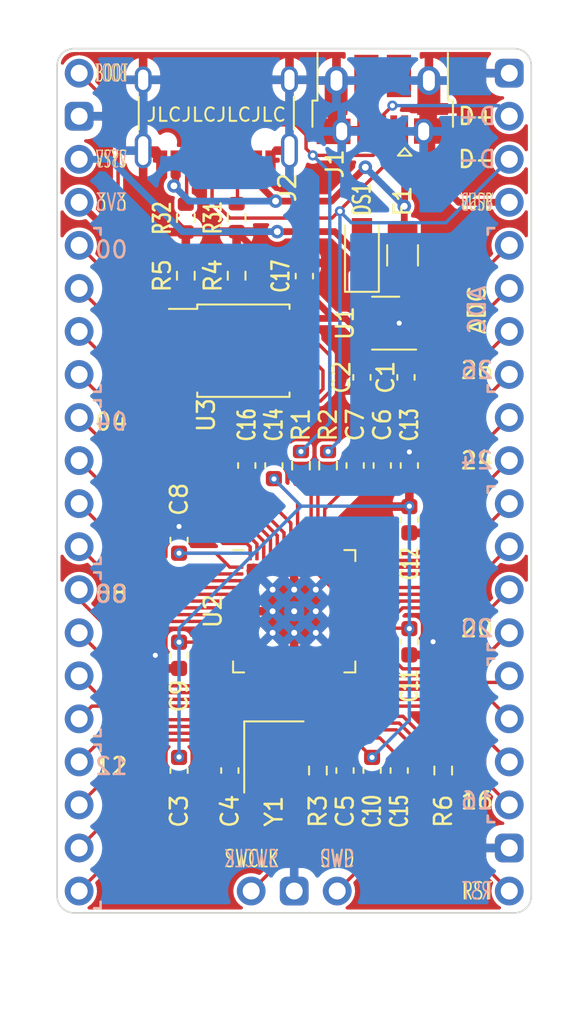
<source format=kicad_pcb>
(kicad_pcb (version 20211014) (generator pcbnew)
  (title_block (title "YUIOP2040") (date "2022-02-13") (rev "1") (company "KaoriYa"))
  (layers (0 "F.Cu" signal) (31 "B.Cu" signal) (34 "B.Paste" user) (35 "F.Paste" user) (36 "B.SilkS" user "B.Silkscreen") (37 "F.SilkS" user "F.Silkscreen") (38 "B.Mask" user) (39 "F.Mask" user) (44 "Edge.Cuts" user))
  (net 0 "")
  (net 1 "/VSYS")
  (net 2 "GND")
  (net 3 "+3V3")
  (net 4 "/XIN")
  (net 5 "Net-(C5-Pad2)")
  (net 6 "+1V1")
  (net 7 "Net-(DS1-Pad2)")
  (net 8 "/USB_VBUS")
  (net 9 "/USB_D-")
  (net 10 "/USB_D+")
  (net 12 "Net-(J2-PadA5)")
  (net 14 "Net-(J2-PadB5)")
  (net 16 "Net-(R1-Pad1)")
  (net 17 "Net-(R2-Pad1)")
  (net 18 "/XOUT")
  (net 19 "/QSPI_SS")
  (net 20 "/RUN")
  (net 22 "/GPIO0")
  (net 23 "/GPIO1")
  (net 24 "/GPIO2")
  (net 25 "/GPIO3")
  (net 26 "/GPIO4")
  (net 27 "/GPIO5")
  (net 28 "/GPIO6")
  (net 29 "/GPIO7")
  (net 30 "/GPIO8")
  (net 31 "/GPIO9")
  (net 32 "/GPIO10")
  (net 33 "/GPIO11")
  (net 34 "/GPIO12")
  (net 35 "/GPIO13")
  (net 36 "/GPIO14")
  (net 37 "/GPIO15")
  (net 38 "/SWCLK")
  (net 39 "/SWD")
  (net 40 "/GPIO16")
  (net 41 "/GPIO17")
  (net 42 "/GPIO18")
  (net 43 "/GPIO19")
  (net 44 "/GPIO20")
  (net 45 "/GPIO21")
  (net 46 "/GPIO22")
  (net 47 "/GPIO23")
  (net 48 "/GPIO24")
  (net 49 "/GPIO25")
  (net 50 "/GPIO26_ADC0")
  (net 51 "/GPIO27_ADC1")
  (net 52 "/GPIO28_ADC2")
  (net 53 "/GPIO29_ADC3")
  (net 54 "/QSPI_SD3")
  (net 55 "/QSPI_SCLK")
  (net 56 "/QSPI_SD0")
  (net 57 "/QSPI_SD2")
  (net 58 "/QSPI_SD1")
  (net 59 "/BOOTSEL")
  (net 60 "/RESET")
  (footprint "Resistor_SMD:R_0603_1608Metric" (layer "F.Cu") (at 141.4 98.2 90)
    (fp_text reference "R2")
    (fp_text value "27")
  )
  (footprint "RP2040_minimal:RP2040-QFN-56" (layer "F.Cu") (at 139.4 106.8)
    (fp_text reference "U2")
    (fp_text value "RP2040")
  )
  (footprint "Connector_PinHeader_2.54mm:PinHeader_1x20_P2.54mm_Vertical" (layer "F.Cu") (at 152.1 123.31 180)
    (fp_text reference "J4" hide)
    (fp_text value "Conn_01x20")
  )
  (footprint "Capacitor_SMD:C_0603_1608Metric" (layer "F.Cu") (at 144 116.2 -90)
    (fp_text reference "C10")
    (fp_text value "100n")
  )
  (footprint "Capacitor_SMD:C_0603_1608Metric" (layer "F.Cu") (at 132.6 109.4 -90)
    (fp_text reference "C9")
    (fp_text value "100n")
  )
  (footprint "Capacitor_SMD:C_0603_1608Metric" (layer "F.Cu") (at 146.2 108.6 -90)
    (fp_text reference "C11")
    (fp_text value "100n")
  )
  (footprint "Resistor_SMD:R_0603_1608Metric" (layer "F.Cu") (at 139.8 98.2 90)
    (fp_text reference "R1")
    (fp_text value "27")
  )
  (footprint "Package_TO_SOT_SMD:SOT-23-5" (layer "F.Cu") (at 144.8 89.8 180)
    (fp_text reference "U1")
    (fp_text value "MIC5219-3.3YM5")
  )
  (footprint "Connector_PinHeader_2.54mm:PinHeader_1x03_P2.54mm_Vertical" (layer "F.Cu") (at 136.86 123.31 90)
    (fp_text reference "J5" hide)
    (fp_text value "Conn_01x03")
  )
  (footprint "Capacitor_SMD:C_0603_1608Metric" (layer "F.Cu") (at 135.6 116.2 90)
    (fp_text reference "C4")
    (fp_text value "10p")
  )
  (footprint "Diode_SMD:D_SOD-123" (layer "F.Cu") (at 143.4 85.7 90)
    (fp_text reference "DS1")
    (fp_text value "RB160M-30TR")
  )
  (footprint "Capacitor_SMD:C_0603_1608Metric" (layer "F.Cu") (at 145.6 116.2 -90)
    (fp_text reference "C15")
    (fp_text value "100n")
  )
  (footprint "Resistor_SMD:R_0603_1608Metric" (layer "F.Cu") (at 136 83.575 -90)
    (fp_text reference "R31")
    (fp_text value "5.1k")
  )
  (footprint "Capacitor_SMD:C_0603_1608Metric" (layer "F.Cu") (at 132.6 116.2 -90)
    (fp_text reference "C3")
    (fp_text value "10u")
  )
  (footprint "Crystal:Crystal_SMD_SeikoEpson_FA238V-4Pin_3.2x2.5mm" (layer "F.Cu") (at 138.2 115.4 -90)
    (fp_text reference "Y1")
    (fp_text value "FA238V 12.000000MHz 10.0 +50.0-50.0")
  )
  (footprint "Resistor_SMD:R_0603_1608Metric" (layer "F.Cu") (at 133 83.6 -90)
    (fp_text reference "R32")
    (fp_text value "5.1k")
  )
  (footprint "Capacitor_SMD:C_0603_1608Metric" (layer "F.Cu") (at 146.2 101.4 -90)
    (fp_text reference "C12")
    (fp_text value "100n")
  )
  (footprint "Capacitor_SMD:C_0603_1608Metric" (layer "F.Cu") (at 146 93 -90)
    (fp_text reference "C1")
    (fp_text value "10u")
  )
  (footprint "Fuse:Fuse_1206_3216Metric" (layer "F.Cu") (at 145.8 85.8 -90)
    (fp_text reference "F1")
    (fp_text value "MF-NSMF050-2")
  )
  (footprint "Capacitor_SMD:C_0603_1608Metric" (layer "F.Cu") (at 143 98.2 90)
    (fp_text reference "C7")
    (fp_text value "1u")
  )
  (footprint "Capacitor_SMD:C_0603_1608Metric" (layer "F.Cu") (at 138.2 98.2 90)
    (fp_text reference "C14")
    (fp_text value "100n")
  )
  (footprint "Resistor_SMD:R_0603_1608Metric" (layer "F.Cu") (at 133 87 -90)
    (fp_text reference "R5")
    (fp_text value "1k")
  )
  (footprint "Capacitor_SMD:C_0603_1608Metric" (layer "F.Cu") (at 144.6 98.2 90)
    (fp_text reference "C6")
    (fp_text value "1u")
  )
  (footprint "Package_SO:SOIC-8_5.23x5.23mm_P1.27mm" (layer "F.Cu") (at 136.4 91.425)
    (fp_text reference "U3")
    (fp_text value "W25Q16JVSS")
  )
  (footprint "Capacitor_SMD:C_0603_1608Metric" (layer "F.Cu") (at 136.6 98.2 90)
    (fp_text reference "C16")
    (fp_text value "100n")
  )
  (footprint "Resistor_SMD:R_0603_1608Metric" (layer "F.Cu") (at 140.8 116.2 90)
    (fp_text reference "R3")
    (fp_text value "1k")
  )
  (footprint "Capacitor_SMD:C_0603_1608Metric" (layer "F.Cu") (at 146.2 98.2 90)
    (fp_text reference "C13")
    (fp_text value "100n")
  )
  (footprint "Connector_PinHeader_2.54mm:PinHeader_1x20_P2.54mm_Vertical" (layer "F.Cu") (at 126.7 75.05)
    (fp_text reference "J3" hide)
    (fp_text value "Conn_01x20")
  )
  (footprint "Capacitor_SMD:C_0603_1608Metric" (layer "F.Cu") (at 143.4 93 -90)
    (fp_text reference "C2")
    (fp_text value "10u")
  )
  (footprint "Capacitor_SMD:C_0603_1608Metric" (layer "F.Cu") (at 142.4 116.2 -90)
    (fp_text reference "C5")
    (fp_text value "10p")
  )
  (footprint "Connector_USB:USB_Micro-B_Amphenol_10103594-0001LF_Horizontal" (layer "F.Cu") (at 144.6 76.6 180)
    (fp_text reference "J1")
    (fp_text value "USB_B_Micro")
  )
  (footprint "Connector_USB:USB_C_Receptacle_XKB_U262-16XN-4BVC11" (layer "F.Cu") (at 134.8 76.515 180)
    (fp_text reference "J2")
    (fp_text value "USB_C_Receptacle_USB2.0")
  )
  (footprint "Capacitor_SMD:C_0603_1608Metric" (layer "F.Cu") (at 132.6 102.6 90)
    (fp_text reference "C8")
    (fp_text value "100n")
  )
  (footprint "Capacitor_SMD:C_0603_1608Metric" (layer "F.Cu") (at 140 87.025 90)
    (fp_text reference "C17")
    (fp_text value "100n")
  )
  (footprint "Resistor_SMD:R_0603_1608Metric" (layer "F.Cu") (at 148.2 116.2 90)
    (fp_text reference "R6")
    (fp_text value "1k")
  )
  (footprint "Resistor_SMD:R_0603_1608Metric" (layer "F.Cu") (at 136 87 90)
    (fp_text reference "R4")
    (fp_text value "10k")
  )
  (gr_line (start 127.97 114.166) (end 127.97 113.785) (layer "B.SilkS") (width 0.15))
  (gr_line (start 127.589 93.846) (end 127.97 93.846) (layer "B.SilkS") (width 0.15))
  (gr_line (start 150.83 108.705) (end 150.83 109.086) (layer "B.SilkS") (width 0.15))
  (gr_line (start 127.97 115.055) (end 127.97 114.674) (layer "B.SilkS") (width 0.15))
  (gr_line (start 127.97 84.194) (end 127.589 84.194) (layer "B.SilkS") (width 0.15))
  (gr_line (start 127.97 94.735) (end 127.97 94.354) (layer "B.SilkS") (width 0.15))
  (gr_line (start 151.211 84.194) (end 150.83 84.194) (layer "B.SilkS") (width 0.15))
  (gr_line (start 127.97 104.006) (end 127.97 103.625) (layer "B.SilkS") (width 0.15))
  (gr_line (start 150.83 109.086) (end 151.211 109.086) (layer "B.SilkS") (width 0.15))
  (gr_line (start 150.83 93.846) (end 151.211 93.846) (layer "B.SilkS") (width 0.15))
  (gr_line (start 127.97 104.514) (end 127.589 104.514) (layer "B.SilkS") (width 0.15))
  (gr_line (start 127.97 84.575) (end 127.97 84.194) (layer "B.SilkS") (width 0.15))
  (gr_line (start 150.83 99.434) (end 150.83 99.815) (layer "B.SilkS") (width 0.15))
  (gr_line (start 127.97 94.354) (end 127.589 94.354) (layer "B.SilkS") (width 0.15))
  (gr_line (start 150.83 93.465) (end 150.83 93.846) (layer "B.SilkS") (width 0.15))
  (gr_line (start 151.211 99.434) (end 150.83 99.434) (layer "B.SilkS") (width 0.15))
  (gr_line (start 127.97 114.674) (end 127.589 114.674) (layer "B.SilkS") (width 0.15))
  (gr_line (start 127.589 104.006) (end 127.97 104.006) (layer "B.SilkS") (width 0.15))
  (gr_line (start 127.97 104.895) (end 127.97 104.514) (layer "B.SilkS") (width 0.15))
  (gr_line (start 127.97 93.846) (end 127.97 93.465) (layer "B.SilkS") (width 0.15))
  (gr_line (start 150.83 118.865) (end 150.83 119.246) (layer "B.SilkS") (width 0.15))
  (gr_line (start 150.83 119.246) (end 151.211 119.246) (layer "B.SilkS") (width 0.15))
  (gr_line (start 127.589 114.166) (end 127.97 114.166) (layer "B.SilkS") (width 0.15))
  (gr_line (start 127.589 124.326) (end 127.97 124.326) (layer "B.SilkS") (width 0.15))
  (gr_line (start 150.83 109.594) (end 150.83 109.975) (layer "B.SilkS") (width 0.15))
  (gr_line (start 150.83 84.194) (end 150.83 84.575) (layer "B.SilkS") (width 0.15))
  (gr_line (start 127.97 124.326) (end 127.97 123.945) (layer "B.SilkS") (width 0.15))
  (gr_line (start 151.211 109.594) (end 150.83 109.594) (layer "B.SilkS") (width 0.15))
  (gr_line (start 127.97 115.055) (end 127.97 114.674) (layer "F.SilkS") (width 0.15))
  (gr_line (start 150.83 84.194) (end 150.83 84.575) (layer "F.SilkS") (width 0.15))
  (gr_line (start 150.83 99.434) (end 150.83 99.815) (layer "F.SilkS") (width 0.15))
  (gr_line (start 127.589 114.166) (end 127.97 114.166) (layer "F.SilkS") (width 0.15))
  (gr_line (start 127.97 93.846) (end 127.97 93.465) (layer "F.SilkS") (width 0.15))
  (gr_line (start 151.211 99.434) (end 150.83 99.434) (layer "F.SilkS") (width 0.15))
  (gr_line (start 127.97 104.514) (end 127.589 104.514) (layer "F.SilkS") (width 0.15))
  (gr_line (start 127.97 124.326) (end 127.97 123.945) (layer "F.SilkS") (width 0.15))
  (gr_line (start 127.97 104.006) (end 127.97 103.625) (layer "F.SilkS") (width 0.15))
  (gr_line (start 127.97 94.735) (end 127.97 94.354) (layer "F.SilkS") (width 0.15))
  (gr_line (start 127.97 104.895) (end 127.97 104.514) (layer "F.SilkS") (width 0.15))
  (gr_line (start 127.97 94.354) (end 127.589 94.354) (layer "F.SilkS") (width 0.15))
  (gr_line (start 150.83 118.865) (end 150.83 119.246) (layer "F.SilkS") (width 0.15))
  (gr_line (start 127.589 93.846) (end 127.97 93.846) (layer "F.SilkS") (width 0.15))
  (gr_line (start 150.83 93.465) (end 150.83 93.846) (layer "F.SilkS") (width 0.15))
  (gr_line (start 151.211 109.594) (end 150.83 109.594) (layer "F.SilkS") (width 0.15))
  (gr_line (start 127.97 84.194) (end 127.589 84.194) (layer "F.SilkS") (width 0.15))
  (gr_line (start 150.83 93.846) (end 151.211 93.846) (layer "F.SilkS") (width 0.15))
  (gr_line (start 150.83 119.246) (end 151.211 119.246) (layer "F.SilkS") (width 0.15))
  (gr_line (start 127.97 114.674) (end 127.589 114.674) (layer "F.SilkS") (width 0.15))
  (gr_line (start 150.83 108.705) (end 150.83 109.086) (layer "F.SilkS") (width 0.15))
  (gr_line (start 151.211 84.194) (end 150.83 84.194) (layer "F.SilkS") (width 0.15))
  (gr_line (start 127.97 114.166) (end 127.97 113.785) (layer "F.SilkS") (width 0.15))
  (gr_line (start 127.589 104.006) (end 127.97 104.006) (layer "F.SilkS") (width 0.15))
  (gr_line (start 150.83 109.594) (end 150.83 109.975) (layer "F.SilkS") (width 0.15))
  (gr_line (start 127.97 84.575) (end 127.97 84.194) (layer "F.SilkS") (width 0.15))
  (gr_line (start 127.589 124.326) (end 127.97 124.326) (layer "F.SilkS") (width 0.15))
  (gr_line (start 150.83 109.086) (end 151.211 109.086) (layer "F.SilkS") (width 0.15))
  (gr_arc (start 126.400001 124.599999) (mid 125.692894 124.307106) (end 125.400001 123.599999) (layer "Edge.Cuts") (width 0.1))
  (gr_line (start 152.399999 124.599999) (end 126.400001 124.599999) (layer "Edge.Cuts") (width 0.1))
  (gr_arc (start 153.399999 123.599999) (mid 153.107106 124.307106) (end 152.399999 124.599999) (layer "Edge.Cuts") (width 0.1))
  (gr_arc (start 125.4 74.6) (mid 125.692893 73.892893) (end 126.4 73.6) (layer "Edge.Cuts") (width 0.1))
  (gr_arc (start 152.399999 73.600001) (mid 153.107106 73.892894) (end 153.399999 74.600001) (layer "Edge.Cuts") (width 0.1))
  (gr_line (start 153.399999 74.600001) (end 153.399999 123.599999) (layer "Edge.Cuts") (width 0.1))
  (gr_line (start 152.399999 73.600001) (end 126.4 73.6) (layer "Edge.Cuts") (width 0.1))
  (gr_line (start 125.4 74.6) (end 125.400001 123.599999) (layer "Edge.Cuts") (width 0.1))
  (gr_text "SWCLK" (at 136.86 121.405) (layer "B.SilkS") (effects (font (size 1 0.66) (thickness 0.1)) (justify mirror)))
  (gr_text "SWD" (at 141.94 121.405) (layer "B.SilkS") (effects (font (size 1 0.66) (thickness 0.1)) (justify mirror)))
  (gr_text "ADC" (at 150.195 89.02 90) (layer "B.SilkS") (effects (font (size 1 1)) (justify mirror)))
  (gr_text "3V3" (at 128.605 82.67) (layer "B.SilkS") (effects (font (size 1 0.66) (thickness 0.1)) (justify mirror)))
  (gr_text "BOOT" (at 128.605 75.05) (layer "B.SilkS") (effects (font (size 1 0.5) (thickness 0.075)) (justify mirror)))
  (gr_text "VSYS" (at 128.605 80.13) (layer "B.SilkS") (effects (font (size 1 0.5) (thickness 0.075)) (justify mirror)))
  (gr_text "24" (at 150.183823 97.91) (layer "B.SilkS") (effects (font (size 1 1)) (justify mirror)))
  (gr_text "RST" (at 150.195 123.31) (layer "B.SilkS") (effects (font (size 1 0.66) (thickness 0.1)) (justify mirror)))
  (gr_text "D-" (at 150.195 80.13) (layer "B.SilkS") (effects (font (size 1 1)) (justify mirror)))
  (gr_text "D+" (at 150.195 77.59) (layer "B.SilkS") (effects (font (size 1 1)) (justify mirror)))
  (gr_text "08" (at 128.605 105.784) (layer "B.SilkS") (effects (font (size 1 1)) (justify mirror)))
  (gr_text "04" (at 128.605 95.624) (layer "B.SilkS") (effects (font (size 1 1)) (justify mirror)))
  (gr_text "16" (at 150.195 117.976) (layer "B.SilkS") (effects (font (size 1 1)) (justify mirror)))
  (gr_text "20" (at 150.195 107.816) (layer "B.SilkS") (effects (font (size 1 1)) (justify mirror)))
  (gr_text "00" (at 128.605 85.464) (layer "B.SilkS") (effects (font (size 1 1)) (justify mirror)))
  (gr_text "26" (at 150.195 92.576) (layer "B.SilkS") (effects (font (size 1 1)) (justify mirror)))
  (gr_text "VUSB" (at 150.195 82.67) (layer "B.SilkS") (effects (font (size 1 0.5) (thickness 0.075)) (justify mirror)))
  (gr_text "12" (at 128.605 115.944) (layer "B.SilkS") (effects (font (size 1 1)) (justify mirror)))
  (gr_text "VSYS" (at 128.602964 80.127964) (layer "F.SilkS") (effects (font (size 1 0.5) (thickness 0.075))))
  (gr_text "BOOT" (at 128.605 75.05) (layer "F.SilkS") (effects (font (size 1 0.5) (thickness 0.075))))
  (gr_text "VUSB" (at 150.195 82.67) (layer "F.SilkS") (effects (font (size 1 0.5) (thickness 0.075))))
  (gr_text "20" (at 150.195 107.816) (layer "F.SilkS") (effects (font (size 1 1))))
  (gr_text "24" (at 150.195 97.91) (layer "F.SilkS") (effects (font (size 1 1))))
  (gr_text "16" (at 150.195 117.976) (layer "F.SilkS") (effects (font (size 1 1))))
  (gr_text "JLCJLCJLCJLC" (at 134.8 77.5) (layer "F.SilkS") (effects (font (size 0.8 0.8) (thickness 0.12))))
  (gr_text "SWD" (at 141.94 121.405) (layer "F.SilkS") (effects (font (size 1 0.66) (thickness 0.1))))
  (gr_text "3V3" (at 128.605 82.67) (layer "F.SilkS") (effects (font (size 1 0.66) (thickness 0.1))))
  (gr_text "12" (at 128.605 115.944) (layer "F.SilkS") (effects (font (size 1 1))))
  (gr_text "00" (at 128.605 85.464) (layer "F.SilkS") (effects (font (size 1 1))))
  (gr_text "26" (at 150.195 92.576) (layer "F.SilkS") (effects (font (size 1 1))))
  (gr_text "D+" (at 150.195 77.59) (layer "F.SilkS") (effects (font (size 1 1))))
  (gr_text "SWCLK" (at 136.9 121.405) (layer "F.SilkS") (effects (font (size 1 0.66) (thickness 0.1))))
  (gr_text "04" (at 128.605 95.624) (layer "F.SilkS") (effects (font (size 1 1))))
  (gr_text "D-" (at 150.195 80.13) (layer "F.SilkS") (effects (font (size 1 1))))
  (gr_text "08" (at 128.605 105.784) (layer "F.SilkS") (effects (font (size 1 1))))
  (gr_text "RST" (at 150.195 123.31) (layer "F.SilkS") (effects (font (size 1 0.66) (thickness 0.1))))
  (gr_text "ADC" (at 150.195 89.02 90) (layer "F.SilkS") (effects (font (size 1 1))))
  (segment (start 145.9375 88.85) (end 145.447862 88.85) (width 0.4) (layer "F.Cu") (net 1))
  (segment (start 143.4 86) (end 143.3 85.9) (width 0.4) (layer "F.Cu") (net 1))
  (segment (start 143.702138 87.45) (end 143.4 87.45) (width 0.4) (layer "F.Cu") (net 1))
  (segment (start 143.3 85.9) (end 141.8 84.4) (width 0.4) (layer "F.Cu") (net 1))
  (segment (start 146.2 91.0125) (end 146.2 92.225) (width 0.4) (layer "F.Cu") (net 1))
  (segment (start 145.102138 88.85) (end 143.702138 87.45) (width 0.4) (layer "F.Cu") (net 1))
  (segment (start 145.447862 90.75) (end 145.9375 90.75) (width 0.4) (layer "F.Cu") (net 1))
  (segment (start 145.447862 88.85) (end 144.8 89.497862) (width 0.4) (layer "F.Cu") (net 1))
  (segment (start 145.9375 88.85) (end 145.102138 88.85) (width 0.4) (layer "F.Cu") (net 1))
  (segment (start 144.8 90.102138) (end 145.447862 90.75) (width 0.4) (layer "F.Cu") (net 1))
  (segment (start 143.4 87.35) (end 143.4 86) (width 0.4) (layer "F.Cu") (net 1))
  (segment (start 145.9375 90.75) (end 146.2 91.0125) (width 0.4) (layer "F.Cu") (net 1))
  (segment (start 144.8 89.497862) (end 144.8 90.102138) (width 0.4) (layer "F.Cu") (net 1))
  (segment (start 141.8 84.4) (end 138.4 84.4) (width 0.4) (layer "F.Cu") (net 1))
  (via (at 138.4 84.4) (size 0.8) (drill 0.4) (layers "F.Cu" "B.Cu") (net 1))
  (segment (start 138.4 84.4) (end 132.8 84.4) (width 0.4) (layer "B.Cu") (net 1))
  (segment (start 128.53 80.13) (end 126.7 80.13) (width 0.4) (layer "B.Cu") (net 1))
  (segment (start 132.8 84.4) (end 128.53 80.13) (width 0.4) (layer "B.Cu") (net 1))
  (segment (start 131.45 82.875) (end 133 84.425) (width 0.4) (layer "F.Cu") (net 2))
  (segment (start 139.15 114.2) (end 139.15 114.7) (width 0.2) (layer "F.Cu") (net 2))
  (segment (start 147.355 75.485) (end 145.855 75.485) (width 0.4) (layer "F.Cu") (net 2))
  (segment (start 143.395 75.485) (end 143.665 75.215) (width 0.4) (layer "F.Cu") (net 2))
  (segment (start 141.895 75.485) (end 143.395 75.485) (width 0.4) (layer "F.Cu") (net 2))
  (segment (start 131.45 80.185) (end 131.45 82.875) (width 0.4) (layer "F.Cu") (net 2))
  (segment (start 137.25 116.6) (end 136.875 116.975) (width 0.2) (layer "F.Cu") (net 2))
  (segment (start 133 84.425) (end 135.975 84.425) (width 0.4) (layer "F.Cu") (net 2))
  (segment (start 142.45 115.425) (end 144 116.975) (width 0.2) (layer "F.Cu") (net 2))
  (segment (start 139.15 114.7) (end 137.25 116.6) (width 0.2) (layer "F.Cu") (net 2))
  (segment (start 142.4 115.425) (end 142.45 115.425) (width 0.2) (layer "F.Cu") (net 2))
  (segment (start 131.45 80.185) (end 131.699991 80.185) (width 0.4) (layer "F.Cu") (net 2))
  (segment (start 137.85 86.25) (end 140 86.25) (width 0.4) (layer "F.Cu") (net 2))
  (segment (start 135.975 84.425) (end 136 84.4) (width 0.4) (layer "F.Cu") (net 2))
  (segment (start 145.855 75.485) (end 145.585 75.215) (width 0.4) (layer "F.Cu") (net 2))
  (segment (start 130.48 79.62) (end 130.885 79.62) (width 0.4) (layer "F.Cu") (net 2))
  (segment (start 136.875 116.975) (end 135.6 116.975) (width 0.2) (layer "F.Cu") (net 2))
  (segment (start 130.885 79.62) (end 131.45 80.185) (width 0.4) (layer "F.Cu") (net 2))
  (segment (start 136 84.4) (end 137.85 86.25) (width 0.4) (layer "F.Cu") (net 2))
  (segment (start 144 116.975) (end 145.6 116.975) (width 0.2) (layer "F.Cu") (net 2))
  (via (at 147.6 108.6) (size 0.6) (drill 0.3) (layers "F.Cu" "B.Cu") (net 2))
  (via (at 145.6 89.8) (size 0.6) (drill 0.3) (layers "F.Cu" "B.Cu") (net 2))
  (via (at 131.2 109.4) (size 0.6) (drill 0.3) (layers "F.Cu" "B.Cu") (net 2))
  (via (at 146.2 97.4) (size 0.6) (drill 0.3) (layers "F.Cu" "B.Cu") (net 2))
  (via (at 132.6 101.8) (size 0.6) (drill 0.3) (layers "F.Cu" "B.Cu") (net 2))
  (segment (start 140 87.8) (end 141.72 89.52) (width 0.4) (layer "F.Cu") (net 3))
  (segment (start 139.6 102.6) (end 139.6 100.3875) (width 0.2) (layer "F.Cu") (net 3))
  (segment (start 143.4 91.0125) (end 143.4 92.225) (width 0.4) (layer "F.Cu") (net 3))
  (segment (start 135.20048 86.97452) (end 131.00452 86.97452) (width 0.4) (layer "F.Cu") (net 3))
  (segment (start 142.8375 107.8) (end 146.175 107.8) (width 0.2) (layer "F.Cu") (net 3))
  (segment (start 135.6 104.2) (end 134.775 103.375) (width 0.2) (layer "F.Cu") (net 3))
  (segment (start 132.6 108.625) (end 134.110687 108.625) (width 0.2) (layer "F.Cu") (net 3))
  (segment (start 142.07548 114.67548) (end 143.25048 114.67548) (width 0.2) (layer "F.Cu") (net 3))
  (segment (start 143.25048 114.67548) (end 144 115.425) (width 0.2) (layer "F.Cu") (net 3))
  (segment (start 143.4 92.225) (end 143.525 92.225) (width 0.4) (layer "F.Cu") (net 3))
  (segment (start 134.935687 107.8) (end 135.9625 107.8) (width 0.2) (layer "F.Cu") (net 3))
  (segment (start 139.6 103.3625) (end 139.6 102.6) (width 0.2) (layer "F.Cu") (net 3))
  (segment (start 139.6 112.2) (end 142.07548 114.67548) (width 0.2) (layer "F.Cu") (net 3))
  (segment (start 140 103) (end 139.6 102.6) (width 0.2) (layer "F.Cu") (net 3))
  (segment (start 143.6625 90.75) (end 142.4325 89.52) (width 0.4) (layer "F.Cu") (net 3))
  (segment (start 142.4325 89.52) (end 140 89.52) (width 0.4) (layer "F.Cu") (net 3))
  (segment (start 141.72 89.52) (end 142.4325 89.52) (width 0.4) (layer "F.Cu") (net 3))
  (segment (start 136 86.175) (end 135.20048 86.97452) (width 0.4) (layer "F.Cu") (net 3))
  (segment (start 144.8 93.5) (end 144.8 94.4) (width 0.4) (layer "F.Cu") (net 3))
  (segment (start 144.8 94.4) (end 147.1 96.7) (width 0.4) (layer "F.Cu") (net 3))
  (segment (start 138.2 98.9875) (end 138.2 98.975) (width 0.2) (layer "F.Cu") (net 3))
  (segment (start 131.00452 86.97452) (end 126.7 82.67) (width 0.4) (layer "F.Cu") (net 3))
  (segment (start 139.6 110.2375) (end 139.6 112.2) (width 0.2) (layer "F.Cu") (net 3))
  (segment (start 143.6625 90.75) (end 143.4 91.0125) (width 0.4) (layer "F.Cu") (net 3))
  (segment (start 137.625 87.8) (end 140 87.8) (width 0.4) (layer "F.Cu") (net 3))
  (segment (start 146.175 107.8) (end 146.2 107.825) (width 0.2) (layer "F.Cu") (net 3))
  (segment (start 138.20625 98.99375) (end 138.2 98.9875) (width 0.2) (layer "F.Cu") (net 3))
  (segment (start 147.1 96.7) (end 147.1 98.075) (width 0.4) (layer "F.Cu") (net 3))
  (segment (start 134.775 103.375) (end 132.6 103.375) (width 0.2) (layer "F.Cu") (net 3))
  (segment (start 140 103.3625) (end 140 103) (width 0.2) (layer "F.Cu") (net 3))
  (segment (start 143.525 92.225) (end 144.8 93.5) (width 0.4) (layer "F.Cu") (net 3))
  (segment (start 139.6 100.3875) (end 138.20625 98.99375) (width 0.2) (layer "F.Cu") (net 3))
  (segment (start 147.1 98.075) (end 146.2 98.975) (width 0.4) (layer "F.Cu") (net 3))
  (segment (start 135.9625 104.2) (end 135.6 104.2) (width 0.2) (layer "F.Cu") (net 3))
  (segment (start 136 86.175) (end 137.625 87.8) (width 0.4) (layer "F.Cu") (net 3))
  (segment (start 134.110687 108.625) (end 134.935687 107.8) (width 0.2) (layer "F.Cu") (net 3))
  (via (at 132.6 103.375) (size 0.6) (drill 0.3) (layers "F.Cu" "B.Cu") (net 3))
  (via (at 132.6 108.625) (size 0.6) (drill 0.3) (layers "F.Cu" "B.Cu") (net 3))
  (via (at 144 115.425) (size 0.6) (drill 0.3) (layers "F.Cu" "B.Cu") (net 3))
  (via (at 132.6 115.4) (size 0.6) (drill 0.3) (layers "F.Cu" "B.Cu") (net 3))
  (via (at 146.2 100.6) (size 0.6) (drill 0.3) (layers "F.Cu" "B.Cu") (net 3))
  (via (at 146.2 107.825) (size 0.6) (drill 0.3) (layers "F.Cu" "B.Cu") (net 3))
  (via (at 138.20625 98.99375) (size 0.6) (drill 0.3) (layers "F.Cu" "B.Cu") (net 3))
  (segment (start 146.2 100.6) (end 146.2 107.825) (width 0.2) (layer "B.Cu") (net 3))
  (segment (start 137.20625 103.20625) (end 139.8125 100.6) (width 0.2) (layer "B.Cu") (net 3))
  (segment (start 139.8125 100.6) (end 138.20625 98.99375) (width 0.2) (layer "B.Cu") (net 3))
  (segment (start 132.6 107.8125) (end 137.20625 103.20625) (width 0.2) (layer "B.Cu") (net 3))
  (segment (start 132.6 103.375) (end 137.0375 103.375) (width 0.2) (layer "B.Cu") (net 3))
  (segment (start 132.6 108.625) (end 132.6 107.8125) (width 0.2) (layer "B.Cu") (net 3))
  (segment (start 146.2 113.225) (end 144 115.425) (width 0.2) (layer "B.Cu") (net 3))
  (segment (start 137.0375 103.375) (end 137.20625 103.20625) (width 0.2) (layer "B.Cu") (net 3))
  (segment (start 132.6 108.625) (end 132.6 115.4) (width 0.2) (layer "B.Cu") (net 3))
  (segment (start 146.2 100.6) (end 139.8125 100.6) (width 0.2) (layer "B.Cu") (net 3))
  (segment (start 146.2 107.825) (end 146.2 113.225) (width 0.2) (layer "B.Cu") (net 3))
  (segment (start 138.8 112.65) (end 137.25 114.2) (width 0.2) (layer "F.Cu") (net 4))
  (segment (start 135.6 115.425) (end 136.025 115.425) (width 0.2) (layer "F.Cu") (net 4))
  (segment (start 136.025 115.425) (end 137.25 114.2) (width 0.2) (layer "F.Cu") (net 4))
  (segment (start 138.8 110.2375) (end 138.8 112.65) (width 0.2) (layer "F.Cu") (net 4))
  (segment (start 140.8 117.025) (end 142.35 117.025) (width 0.2) (layer "F.Cu") (net 5))
  (segment (start 142.35 117.025) (end 142.4 116.975) (width 0.2) (layer "F.Cu") (net 5))
  (segment (start 139.575 117.025) (end 140.8 117.025) (width 0.2) (layer "F.Cu") (net 5))
  (segment (start 139.15 116.6) (end 139.575 117.025) (width 0.2) (layer "F.Cu") (net 5))
  (segment (start 141.2 103.894295) (end 141.2 103.3625) (width 0.2) (layer "F.Cu") (net 6))
  (segment (start 141.2 109) (end 140.604727 109) (width 0.2) (layer "F.Cu") (net 6))
  (segment (start 139.2 103.3625) (end 139.2 101.6) (width 0.2) (layer "F.Cu") (net 6))
  (segment (start 142.240966 114.27596) (end 144.45096 114.27596) (width 0.2) (layer "F.Cu") (net 6))
  (segment (start 136.6 99) (end 136.6 98.975) (width 0.2) (layer "F.Cu") (net 6))
  (segment (start 144.45096 114.27596) (end 145.6 115.425) (width 0.2) (layer "F.Cu") (net 6))
  (segment (start 140.604727 109) (end 140 109.604727) (width 0.2) (layer "F.Cu") (net 6))
  (segment (start 141.6 105.4) (end 141.6 108.6) (width 0.2) (layer "F.Cu") (net 6))
  (segment (start 140.494295 104.6) (end 141.2 103.894295) (width 0.2) (layer "F.Cu") (net 6))
  (segment (start 139.2 103.894295) (end 139.905705 104.6) (width 0.2) (layer "F.Cu") (net 6))
  (segment (start 139.2 101.6) (end 136.6 99) (width 0.2) (layer "F.Cu") (net 6))
  (segment (start 139.2 103.3625) (end 139.2 103.894295) (width 0.2) (layer "F.Cu") (net 6))
  (segment (start 140.2 104.6) (end 140.8 104.6) (width 0.2) (layer "F.Cu") (net 6))
  (segment (start 140.2 104.6) (end 140.494295 104.6) (width 0.2) (layer "F.Cu") (net 6))
  (segment (start 140.8 104.6) (end 141.6 105.4) (width 0.2) (layer "F.Cu") (net 6))
  (segment (start 140 112.034994) (end 142.240966 114.27596) (width 0.2) (layer "F.Cu") (net 6))
  (segment (start 141.2 100.775) (end 143 98.975) (width 0.2) (layer "F.Cu") (net 6))
  (segment (start 139.905705 104.6) (end 140.2 104.6) (width 0.2) (layer "F.Cu") (net 6))
  (segment (start 141.2 103.3625) (end 141.2 100.775) (width 0.2) (layer "F.Cu") (net 6))
  (segment (start 140 109.604727) (end 140 110.2375) (width 0.2) (layer "F.Cu") (net 6))
  (segment (start 140 110.2375) (end 140 112.034994) (width 0.2) (layer "F.Cu") (net 6))
  (segment (start 141.6 108.6) (end 141.2 109) (width 0.2) (layer "F.Cu") (net 6))
  (segment (start 145.8 86.55) (end 143.4 84.15) (width 0.4) (layer "F.Cu") (net 7))
  (segment (start 145.8 87.2) (end 145.8 86.55) (width 0.4) (layer "F.Cu") (net 7))
  (segment (start 149.12 82.67) (end 145.925 79.475) (width 0.4) (layer "F.Cu") (net 8))
  (segment (start 152.1 82.67) (end 149.12 82.67) (width 0.4) (layer "F.Cu") (net 8))
  (segment (start 132.4 81.2) (end 132.299511 81.099511) (width 0.4) (layer "F.Cu") (net 8))
  (segment (start 132.500489 81.099511) (end 132.500489 80.185) (width 0.4) (layer "F.Cu") (net 8))
  (segment (start 145.925 78.365) (end 145.925 79.475) (width 0.4) (layer "F.Cu") (net 8))
  (segment (start 132.4 81.6) (end 132.3 81.7) (width 0.4) (layer "F.Cu") (net 8))
  (segment (start 145.925 79.475) (end 145.925 82.875) (width 0.4) (layer "F.Cu") (net 8))
  (segment (start 132.4 81.2) (end 132.500489 81.099511) (width 0.4) (layer "F.Cu") (net 8))
  (segment (start 137.2 81.1) (end 137.300489 80.999511) (width 0.4) (layer "F.Cu") (net 8))
  (segment (start 137.2 81.1) (end 137.2 81.5) (width 0.4) (layer "F.Cu") (net 8))
  (segment (start 145.9 82.9) (end 145.9 84.3) (width 0.4) (layer "F.Cu") (net 8))
  (segment (start 141.6 82.6) (end 143.6 80.6) (width 0.4) (layer "F.Cu") (net 8))
  (segment (start 137.2 81.5) (end 138.3 82.6) (width 0.4) (layer "F.Cu") (net 8))
  (segment (start 145.9 84.3) (end 145.8 84.4) (width 0.4) (layer "F.Cu") (net 8))
  (segment (start 137.300489 80.999511) (end 137.300489 80.185) (width 0.4) (layer "F.Cu") (net 8))
  (segment (start 137.2 81.1) (end 137.099511 80.999511) (width 0.4) (layer "F.Cu") (net 8))
  (segment (start 132.299511 81.099511) (end 132.299511 80.185) (width 0.4) (layer "F.Cu") (net 8))
  (segment (start 145.925 82.875) (end 145.9 82.9) (width 0.4) (layer "F.Cu") (net 8))
  (segment (start 132.4 81.3) (end 132.4 81.6) (width 0.4) (layer "F.Cu") (net 8))
  (segment (start 137.099511 80.999511) (end 137.099511 80.185) (width 0.4) (layer "F.Cu") (net 8))
  (segment (start 132.4 81.2) (end 132.4 81.3) (width 0.4) (layer "F.Cu") (net 8))
  (segment (start 138.3 82.6) (end 141.6 82.6) (width 0.4) (layer "F.Cu") (net 8))
  (via (at 132.3 81.7) (size 0.8) (drill 0.4) (layers "F.Cu" "B.Cu") (net 8))
  (via (at 143.6 80.6) (size 0.8) (drill 0.4) (layers "F.Cu" "B.Cu") (net 8))
  (via (at 145.9 82.9) (size 0.8) (drill 0.4) (layers "F.Cu" "B.Cu") (net 8))
  (via (at 138.3 82.6) (size 0.8) (drill 0.4) (layers "F.Cu" "B.Cu") (net 8))
  (segment (start 133.2 82.6) (end 138.3 82.6) (width 0.4) (layer "B.Cu") (net 8))
  (segment (start 132.3 81.7) (end 133.2 82.6) (width 0.4) (layer "B.Cu") (net 8))
  (segment (start 145.9 82.9) (end 143.6 80.6) (width 0.4) (layer "B.Cu") (net 8))
  (segment (start 134.55 82.55) (end 134.55 80.185) (width 0.2) (layer "F.Cu") (net 9))
  (segment (start 141.632502 83.6) (end 142.166251 83.066251) (width 0.2) (layer "F.Cu") (net 9))
  (segment (start 135.55 80.185) (end 135.55 81.009022) (width 0.2) (layer "F.Cu") (net 9))
  (segment (start 134.55 81.009022) (end 134.55 80.185) (width 0.2) (layer "F.Cu") (net 9))
  (segment (start 138.566783 83.6) (end 135.6 83.6) (width 0.2) (layer "F.Cu") (net 9))
  (segment (start 142.166251 83.066251) (end 145.275 79.957503) (width 0.2) (layer "F.Cu") (net 9))
  (segment (start 135.499511 81.059511) (end 134.600489 81.059511) (width 0.2) (layer "F.Cu") (net 9))
  (segment (start 145.275 79.957503) (end 145.275 78.365) (width 0.2) (layer "F.Cu") (net 9))
  (segment (start 142.1 83.132503) (end 142.166251 83.066251) (width 0.2) (layer "F.Cu") (net 9))
  (segment (start 142.1 83.2) (end 142.1 83.132503) (width 0.2) (layer "F.Cu") (net 9))
  (segment (start 135.6 83.6) (end 134.55 82.55) (width 0.2) (layer "F.Cu") (net 9))
  (segment (start 138.566783 83.6) (end 141.632502 83.6) (width 0.2) (layer "F.Cu") (net 9))
  (segment (start 135.55 81.009022) (end 135.499511 81.059511) (width 0.2) (layer "F.Cu") (net 9))
  (segment (start 134.600489 81.059511) (end 134.55 81.009022) (width 0.2) (layer "F.Cu") (net 9))
  (via (at 142.1 83.2) (size 0.6) (drill 0.3) (layers "F.Cu" "B.Cu") (net 9))
  (via (at 141.4 97.375) (size 0.6) (drill 0.3) (layers "F.Cu" "B.Cu") (net 9))
  (segment (start 142.774511 83.874511) (end 148.355489 83.874511) (width 0.2) (layer "B.Cu") (net 9))
  (segment (start 142.1 83.2) (end 142.1 96.675) (width 0.2) (layer "B.Cu") (net 9))
  (segment (start 148.355489 83.874511) (end 152.1 80.13) (width 0.2) (layer "B.Cu") (net 9))
  (segment (start 142.1 96.675) (end 141.4 97.375) (width 0.2) (layer "B.Cu") (net 9))
  (segment (start 142.1 83.2) (end 142.774511 83.874511) (width 0.2) (layer "B.Cu") (net 9))
  (segment (start 140.1 78.7) (end 139.5 78.1) (width 0.2) (layer "F.Cu") (net 10))
  (segment (start 144.625 79.339022) (end 144.625 78.365) (width 0.2) (layer "F.Cu") (net 10))
  (segment (start 140.1 79.5) (end 140.1 78.7) (width 0.2) (layer "F.Cu") (net 10))
  (segment (start 134.05 79.360978) (end 134.100489 79.310489) (width 0.2) (layer "F.Cu") (net 10))
  (segment (start 144.064022 79.9) (end 144.625 79.339022) (width 0.2) (layer "F.Cu") (net 10))
  (segment (start 140.5 79.9) (end 140.1 79.5) (width 0.2) (layer "F.Cu") (net 10))
  (segment (start 144.625 78.365) (end 144.625 77.539502) (width 0.2) (layer "F.Cu") (net 10))
  (segment (start 134.05 80.185) (end 134.05 79.360978) (width 0.2) (layer "F.Cu") (net 10))
  (segment (start 135.05 79.35) (end 135.05 80.185) (width 0.2) (layer "F.Cu") (net 10))
  (segment (start 136.220978 78.1) (end 135.010489 79.310489) (width 0.2) (layer "F.Cu") (net 10))
  (segment (start 134.100489 79.310489) (end 135.010489 79.310489) (width 0.2) (layer "F.Cu") (net 10))
  (segment (start 135.010489 79.310489) (end 135.05 79.35) (width 0.2) (layer "F.Cu") (net 10))
  (segment (start 144.625 77.539502) (end 145.2 76.964502) (width 0.2) (layer "F.Cu") (net 10))
  (segment (start 140.5 79.9) (end 144.064022 79.9) (width 0.2) (layer "F.Cu") (net 10))
  (segment (start 139.5 78.1) (end 136.220978 78.1) (width 0.2) (layer "F.Cu") (net 10))
  (via (at 140.5 79.9) (size 0.6) (drill 0.3) (layers "F.Cu" "B.Cu") (net 10))
  (via (at 145.2 76.964502) (size 0.6) (drill 0.3) (layers "F.Cu" "B.Cu") (net 10))
  (via (at 139.8 97.375) (size 0.6) (drill 0.3) (layers "F.Cu" "B.Cu") (net 10))
  (segment (start 141.5 95.675) (end 139.8 97.375) (width 0.2) (layer "B.Cu") (net 10))
  (segment (start 141.5 80.9) (end 141.5 95.675) (width 0.2) (layer "B.Cu") (net 10))
  (segment (start 145.2 76.964502) (end 151.474502 76.964502) (width 0.2) (layer "B.Cu") (net 10))
  (segment (start 140.5 79.9) (end 141.5 80.9) (width 0.2) (layer "B.Cu") (net 10))
  (segment (start 151.474502 76.964502) (end 152.1 77.59) (width 0.2) (layer "B.Cu") (net 10))
  (segment (start 136.05 82.7) (end 136.05 80.185) (width 0.2) (layer "F.Cu") (net 12))
  (segment (start 136 82.75) (end 136.05 82.7) (width 0.2) (layer "F.Cu") (net 12))
  (segment (start 133.05 82.725) (end 133.05 80.185) (width 0.2) (layer "F.Cu") (net 14))
  (segment (start 133 82.775) (end 133.05 82.725) (width 0.2) (layer "F.Cu") (net 14))
  (segment (start 140.4 103.3625) (end 140.4 99.625) (width 0.2) (layer "F.Cu") (net 16))
  (segment (start 140.4 99.625) (end 139.8 99.025) (width 0.2) (layer "F.Cu") (net 16))
  (segment (start 140.8 103.3625) (end 140.8 99.625) (width 0.2) (layer "F.Cu") (net 17))
  (segment (start 140.8 99.625) (end 141.4 99.025) (width 0.2) (layer "F.Cu") (net 17))
  (segment (start 139.2 110.2375) (end 139.2 112.4) (width 0.2) (layer "F.Cu") (net 18))
  (segment (start 139.2 112.4) (end 140.8 114) (width 0.2) (layer "F.Cu") (net 18))
  (segment (start 140.8 114) (end 140.8 115.375) (width 0.2) (layer "F.Cu") (net 18))
  (segment (start 132.6 95.830012) (end 130.901442 94.131454) (width 0.2) (layer "F.Cu") (net 19))
  (segment (start 136.8 103.3625) (end 136.8 103) (width 0.2) (layer "F.Cu") (net 19))
  (segment (start 130.901442 94.131454) (end 130.901442 90.948558) (width 0.2) (layer "F.Cu") (net 19))
  (segment (start 133 89.32) (end 133 87.825) (width 0.2) (layer "F.Cu") (net 19))
  (segment (start 133 87.825) (end 136 87.825) (width 0.2) (layer "F.Cu") (net 19))
  (segment (start 132.8 89.52) (end 133 89.32) (width 0.2) (layer "F.Cu") (net 19))
  (segment (start 132.6 100.2) (end 132.6 95.830012) (width 0.2) (layer "F.Cu") (net 19))
  (segment (start 130.901442 90.948558) (end 132.33 89.52) (width 0.2) (layer "F.Cu") (net 19))
  (segment (start 136.8 103) (end 136.6 102.8) (width 0.2) (layer "F.Cu") (net 19))
  (segment (start 136.6 102.8) (end 135.2 102.8) (width 0.2) (layer "F.Cu") (net 19))
  (segment (start 135.2 102.8) (end 132.6 100.2) (width 0.2) (layer "F.Cu") (net 19))
  (segment (start 132.33 89.52) (end 132.8 89.52) (width 0.2) (layer "F.Cu") (net 19))
  (segment (start 145.825 113) (end 148.2 115.375) (width 0.2) (layer "F.Cu") (net 20))
  (segment (start 143.265699 113) (end 145.825 113) (width 0.2) (layer "F.Cu") (net 20))
  (segment (start 141.2 110.2375) (end 141.2 110.934301) (width 0.2) (layer "F.Cu") (net 20))
  (segment (start 141.2 110.934301) (end 143.265699 113) (width 0.2) (layer "F.Cu") (net 20))
  (segment (start 129.49904 88.00904) (end 126.7 85.21) (width 0.2) (layer "F.Cu") (net 22))
  (segment (start 129.49904 93.934022) (end 129.49904 88.00904) (width 0.2) (layer "F.Cu") (net 22))
  (segment (start 131.1 95.534982) (end 129.49904 93.934022) (width 0.2) (layer "F.Cu") (net 22))
  (segment (start 132.265042 104.6) (end 131.1 103.434958) (width 0.2) (layer "F.Cu") (net 22))
  (segment (start 135.9625 104.6) (end 132.265042 104.6) (width 0.2) (layer "F.Cu") (net 22))
  (segment (start 131.1 103.434958) (end 131.1 95.534982) (width 0.2) (layer "F.Cu") (net 22))
  (segment (start 132.100036 105) (end 130.69856 103.598524) (width 0.2) (layer "F.Cu") (net 23))
  (segment (start 130.698558 95.698546) (end 129.09952 94.099508) (width 0.2) (layer "F.Cu") (net 23))
  (segment (start 129.09952 94.099508) (end 129.09952 90.14952) (width 0.2) (layer "F.Cu") (net 23))
  (segment (start 135.9625 105) (end 132.100036 105) (width 0.2) (layer "F.Cu") (net 23))
  (segment (start 129.09952 90.14952) (end 126.7 87.75) (width 0.2) (layer "F.Cu") (net 23))
  (segment (start 130.69856 103.598524) (end 130.698558 95.698546) (width 0.2) (layer "F.Cu") (net 23))
  (segment (start 130.29904 103.76401) (end 130.299039 95.864033) (width 0.2) (layer "F.Cu") (net 24))
  (segment (start 135.9625 105.4) (end 131.93503 105.4) (width 0.2) (layer "F.Cu") (net 24))
  (segment (start 128.7 92.3) (end 126.7 90.3) (width 0.2) (layer "F.Cu") (net 24))
  (segment (start 128.7 94.264994) (end 128.7 92.3) (width 0.2) (layer "F.Cu") (net 24))
  (segment (start 131.93503 105.4) (end 130.29904 103.76401) (width 0.2) (layer "F.Cu") (net 24))
  (segment (start 130.299039 95.864033) (end 128.7 94.264994) (width 0.2) (layer "F.Cu") (net 24))
  (segment (start 126.7 90.3) (end 126.7 90.29) (width 0.2) (layer "F.Cu") (net 24))
  (segment (start 131.770024 105.8) (end 129.89952 103.929496) (width 0.2) (layer "F.Cu") (net 25))
  (segment (start 135.9625 105.8) (end 131.770024 105.8) (width 0.2) (layer "F.Cu") (net 25))
  (segment (start 129.89952 96.02952) (end 126.7 92.83) (width 0.2) (layer "F.Cu") (net 25))
  (segment (start 129.89952 103.929496) (end 129.89952 96.02952) (width 0.2) (layer "F.Cu") (net 25))
  (segment (start 135.9625 106.2) (end 131.605018 106.2) (width 0.2) (layer "F.Cu") (net 26))
  (segment (start 129.5 104.094982) (end 129.5 98.17) (width 0.2) (layer "F.Cu") (net 26))
  (segment (start 131.605018 106.2) (end 129.5 104.094982) (width 0.2) (layer "F.Cu") (net 26))
  (segment (start 129.5 98.17) (end 126.7 95.37) (width 0.2) (layer "F.Cu") (net 26))
  (segment (start 135.9625 106.6) (end 131.440012 106.6) (width 0.2) (layer "F.Cu") (net 27))
  (segment (start 129.09952 104.259508) (end 129.09952 100.30952) (width 0.2) (layer "F.Cu") (net 27))
  (segment (start 129.09952 100.30952) (end 126.7 97.91) (width 0.2) (layer "F.Cu") (net 27))
  (segment (start 131.440012 106.6) (end 129.09952 104.259508) (width 0.2) (layer "F.Cu") (net 27))
  (segment (start 131.275006 107) (end 128.7 104.424994) (width 0.2) (layer "F.Cu") (net 28))
  (segment (start 135.9625 107) (end 131.275006 107) (width 0.2) (layer "F.Cu") (net 28))
  (segment (start 128.7 104.424994) (end 128.7 102.45) (width 0.2) (layer "F.Cu") (net 28))
  (segment (start 128.7 102.45) (end 126.7 100.45) (width 0.2) (layer "F.Cu") (net 28))
  (segment (start 131.11 107.4) (end 135.9625 107.4) (width 0.2) (layer "F.Cu") (net 29))
  (segment (start 126.7 102.99) (end 131.11 107.4) (width 0.2) (layer "F.Cu") (net 29))
  (segment (start 134.426442 108.874251) (end 134.426442 108.87854) (width 0.2) (layer "F.Cu") (net 30))
  (segment (start 134.00144 110.59856) (end 133.4 111.2) (width 0.2) (layer "F.Cu") (net 30))
  (segment (start 135.9625 108.2) (end 135.100693 108.2) (width 0.2) (layer "F.Cu") (net 30))
  (segment (start 133.4 111.2) (end 131.8 111.2) (width 0.2) (layer "F.Cu") (net 30))
  (segment (start 134.426442 108.87854) (end 134.00144 109.303542) (width 0.2) (layer "F.Cu") (net 30))
  (segment (start 131.8 111.2) (end 126.7 106.1) (width 0.2) (layer "F.Cu") (net 30))
  (segment (start 135.100693 108.2) (end 134.426442 108.874251) (width 0.2) (layer "F.Cu") (net 30))
  (segment (start 126.7 106.1) (end 126.7 105.53) (width 0.2) (layer "F.Cu") (net 30))
  (segment (start 134.00144 109.303542) (end 134.00144 110.59856) (width 0.2) (layer "F.Cu") (net 30))
  (segment (start 134.40096 110.79904) (end 133.6 111.6) (width 0.2) (layer "F.Cu") (net 31))
  (segment (start 133.6 111.6) (end 130.23 111.6) (width 0.2) (layer "F.Cu") (net 31))
  (segment (start 134.825961 109.044027) (end 134.40096 109.469028) (width 0.2) (layer "F.Cu") (net 31))
  (segment (start 135.9625 108.6) (end 135.265699 108.6) (width 0.2) (layer "F.Cu") (net 31))
  (segment (start 134.40096 109.469028) (end 134.40096 110.79904) (width 0.2) (layer "F.Cu") (net 31))
  (segment (start 134.825961 109.039738) (end 134.825961 109.044027) (width 0.2) (layer "F.Cu") (net 31))
  (segment (start 135.265699 108.6) (end 134.825961 109.039738) (width 0.2) (layer "F.Cu") (net 31))
  (segment (start 130.23 111.6) (end 126.7 108.07) (width 0.2) (layer "F.Cu") (net 31))
  (segment (start 135.9625 109) (end 135.430705 109) (width 0.2) (layer "F.Cu") (net 32))
  (segment (start 133.8 112) (end 128.09 112) (width 0.2) (layer "F.Cu") (net 32))
  (segment (start 134.80048 110.99952) (end 133.8 112) (width 0.2) (layer "F.Cu") (net 32))
  (segment (start 135.22548 109.205225) (end 135.22548 109.209514) (width 0.2) (layer "F.Cu") (net 32))
  (segment (start 135.430705 109) (end 135.22548 109.205225) (width 0.2) (layer "F.Cu") (net 32))
  (segment (start 135.22548 109.209514) (end 134.80048 109.634514) (width 0.2) (layer "F.Cu") (net 32))
  (segment (start 134.80048 109.634514) (end 134.80048 110.99952) (width 0.2) (layer "F.Cu") (net 32))
  (segment (start 128.09 112) (end 126.7 110.61) (width 0.2) (layer "F.Cu") (net 32))
  (segment (start 135.6 109.4) (end 135.2 109.8) (width 0.2) (layer "F.Cu") (net 33))
  (segment (start 135.2 111.2) (end 134 112.4) (width 0.2) (layer "F.Cu") (net 33))
  (segment (start 135.2 109.8) (end 135.2 111.2) (width 0.2) (layer "F.Cu") (net 33))
  (segment (start 127.45 112.4) (end 126.7 113.15) (width 0.2) (layer "F.Cu") (net 33))
  (segment (start 134 112.4) (end 127.45 112.4) (width 0.2) (layer "F.Cu") (net 33))
  (segment (start 135.9625 109.4) (end 135.6 109.4) (width 0.2) (layer "F.Cu") (net 33))
  (segment (start 136.8 110.2375) (end 136.8 110.6) (width 0.2) (layer "F.Cu") (net 34))
  (segment (start 134.19952 113.20048) (end 129.18952 113.20048) (width 0.2) (layer "F.Cu") (net 34))
  (segment (start 129.18952 113.20048) (end 126.7 115.69) (width 0.2) (layer "F.Cu") (net 34))
  (segment (start 136.8 110.6) (end 134.19952 113.20048) (width 0.2) (layer "F.Cu") (net 34))
  (segment (start 137.2 110.2375) (end 137.2 110.769295) (width 0.2) (layer "F.Cu") (net 35))
  (segment (start 134.369295 113.6) (end 131.33 113.6) (width 0.2) (layer "F.Cu") (net 35))
  (segment (start 137.2 110.769295) (end 134.369295 113.6) (width 0.2) (layer "F.Cu") (net 35))
  (segment (start 131.33 113.6) (end 126.7 118.23) (width 0.2) (layer "F.Cu") (net 35))
  (segment (start 128.2 117.295006) (end 131.495006 114) (width 0.2) (layer "F.Cu") (net 36))
  (segment (start 126.7 120.77) (end 128.2 119.27) (width 0.2) (layer "F.Cu") (net 36))
  (segment (start 134.534301 114) (end 137.6 110.934301) (width 0.2) (layer "F.Cu") (net 36))
  (segment (start 128.2 119.27) (end 128.2 117.295006) (width 0.2) (layer "F.Cu") (net 36))
  (segment (start 131.495006 114) (end 134.534301 114) (width 0.2) (layer "F.Cu") (net 36))
  (segment (start 137.6 110.934301) (end 137.6 110.2375) (width 0.2) (layer "F.Cu") (net 36))
  (segment (start 128.630006 117.430006) (end 131.660012 114.4) (width 0.2) (layer "F.Cu") (net 37))
  (segment (start 134.699307 114.4) (end 138 111.099307) (width 0.2) (layer "F.Cu") (net 37))
  (segment (start 128.630006 121.379994) (end 128.630006 117.430006) (width 0.2) (layer "F.Cu") (net 37))
  (segment (start 131.660012 114.4) (end 134.699307 114.4) (width 0.2) (layer "F.Cu") (net 37))
  (segment (start 138 111.099307) (end 138 110.2375) (width 0.2) (layer "F.Cu") (net 37))
  (segment (start 126.7 123.31) (end 128.630006 121.379994) (width 0.2) (layer "F.Cu") (net 37))
  (segment (start 146.4 114.765006) (end 145.434994 113.8) (width 0.2) (layer "F.Cu") (net 38))
  (segment (start 136.86 123.31) (end 138.37 121.8) (width 0.2) (layer "F.Cu") (net 38))
  (segment (start 146.4 118.284994) (end 146.4 114.765006) (width 0.2) (layer "F.Cu") (net 38))
  (segment (start 140.4 111.264313) (end 140.4 110.2375) (width 0.2) (layer "F.Cu") (net 38))
  (segment (start 142.935687 113.8) (end 140.4 111.264313) (width 0.2) (layer "F.Cu") (net 38))
  (segment (start 142.884994 121.8) (end 146.4 118.284994) (width 0.2) (layer "F.Cu") (net 38))
  (segment (start 138.37 121.8) (end 142.884994 121.8) (width 0.2) (layer "F.Cu") (net 38))
  (segment (start 145.434994 113.8) (end 142.935687 113.8) (width 0.2) (layer "F.Cu") (net 38))
  (segment (start 146.79952 114.59952) (end 146.79952 118.45048) (width 0.2) (layer "F.Cu") (net 39))
  (segment (start 143.100693 113.4) (end 145.6 113.4) (width 0.2) (layer "F.Cu") (net 39))
  (segment (start 140.8 110.2375) (end 140.8 111.099307) (width 0.2) (layer "F.Cu") (net 39))
  (segment (start 140.8 111.099307) (end 143.100693 113.4) (width 0.2) (layer "F.Cu") (net 39))
  (segment (start 146.79952 118.45048) (end 141.94 123.31) (width 0.2) (layer "F.Cu") (net 39))
  (segment (start 145.6 113.4) (end 146.79952 114.59952) (width 0.2) (layer "F.Cu") (net 39))
  (segment (start 150.65 116.78) (end 152.1 118.23) (width 0.2) (layer "F.Cu") (net 40))
  (segment (start 148.244994 112.4) (end 150.65 114.805006) (width 0.2) (layer "F.Cu") (net 40))
  (segment (start 150.65 114.805006) (end 150.65 116.78) (width 0.2) (layer "F.Cu") (net 40))
  (segment (start 141.6 110.2375) (end 141.6 110.769295) (width 0.2) (layer "F.Cu") (net 40))
  (segment (start 143.230705 112.4) (end 148.244994 112.4) (width 0.2) (layer "F.Cu") (net 40))
  (segment (start 141.6 110.769295) (end 143.230705 112.4) (width 0.2) (layer "F.Cu") (net 40))
  (segment (start 141.99952 110.23798) (end 141.99952 110.6) (width 0.2) (layer "F.Cu") (net 41))
  (segment (start 146.99952 112.00048) (end 147 112) (width 0.2) (layer "F.Cu") (net 41))
  (segment (start 147 112) (end 148.41 112) (width 0.2) (layer "F.Cu") (net 41))
  (segment (start 148.41 112) (end 152.1 115.69) (width 0.2) (layer "F.Cu") (net 41))
  (segment (start 143.4 112.00048) (end 146.99952 112.00048) (width 0.2) (layer "F.Cu") (net 41))
  (segment (start 142 110.2375) (end 141.99952 110.23798) (width 0.2) (layer "F.Cu") (net 41))
  (segment (start 141.99952 110.6) (end 143.4 112.00048) (width 0.2) (layer "F.Cu") (net 41))
  (segment (start 146.999038 111.399038) (end 147.299038 111.399038) (width 0.2) (layer "F.Cu") (net 42))
  (segment (start 143.2 109.4) (end 145.199038 111.399038) (width 0.2) (layer "F.Cu") (net 42))
  (segment (start 142.8375 109.4) (end 143.2 109.4) (width 0.2) (layer "F.Cu") (net 42))
  (segment (start 150.349038 111.399038) (end 152.1 113.15) (width 0.2) (layer "F.Cu") (net 42))
  (segment (start 146.999038 111.399038) (end 147 111.4) (width 0.2) (layer "F.Cu") (net 42))
  (segment (start 145.199038 111.399038) (end 147.299038 111.399038) (width 0.2) (layer "F.Cu") (net 42))
  (segment (start 147.299038 111.399038) (end 150.349038 111.399038) (width 0.2) (layer "F.Cu") (net 42))
  (segment (start 151.710481 110.999519) (end 152.1 110.61) (width 0.2) (layer "F.Cu") (net 43))
  (segment (start 142.8375 109) (end 143.478205 109) (width 0.2) (layer "F.Cu") (net 43))
  (segment (start 145.477724 110.999519) (end 151.710481 110.999519) (width 0.2) (layer "F.Cu") (net 43))
  (segment (start 143.478205 109) (end 145.477724 110.999519) (width 0.2) (layer "F.Cu") (net 43))
  (segment (start 149.57 110.6) (end 152.1 108.07) (width 0.2) (layer "F.Cu") (net 44))
  (segment (start 143.643211 108.6) (end 145.643211 110.6) (width 0.2) (layer "F.Cu") (net 44))
  (segment (start 145.643211 110.6) (end 149.57 110.6) (width 0.2) (layer "F.Cu") (net 44))
  (segment (start 142.8375 108.6) (end 143.643211 108.6) (width 0.2) (layer "F.Cu") (net 44))
  (segment (start 145.808217 110.2) (end 147.43 110.2) (width 0.2) (layer "F.Cu") (net 45))
  (segment (start 147.43 110.2) (end 152.1 105.53) (width 0.2) (layer "F.Cu") (net 45))
  (segment (start 142.8375 108.2) (end 143.808217 108.2) (width 0.2) (layer "F.Cu") (net 45))
  (segment (start 143.808217 108.2) (end 145.808217 110.2) (width 0.2) (layer "F.Cu") (net 45))
  (segment (start 145 107.4) (end 145.8 106.6) (width 0.2) (layer "F.Cu") (net 46))
  (segment (start 145.8 106.6) (end 148.49 106.6) (width 0.2) (layer "F.Cu") (net 46))
  (segment (start 148.49 106.6) (end 152.1 102.99) (width 0.2) (layer "F.Cu") (net 46))
  (segment (start 142.8375 107.4) (end 145 107.4) (width 0.2) (layer "F.Cu") (net 46))
  (segment (start 144.834994 107) (end 145.634994 106.2) (width 0.2) (layer "F.Cu") (net 47))
  (segment (start 150.6 103.924994) (end 150.6 101.95) (width 0.2) (layer "F.Cu") (net 47))
  (segment (start 148.324994 106.2) (end 150.6 103.924994) (width 0.2) (layer "F.Cu") (net 47))
  (segment (start 145.634994 106.2) (end 148.324994 106.2) (width 0.2) (layer "F.Cu") (net 47))
  (segment (start 142.8375 107) (end 144.834994 107) (width 0.2) (layer "F.Cu") (net 47))
  (segment (start 150.6 101.95) (end 152.1 100.45) (width 0.2) (layer "F.Cu") (net 47))
  (segment (start 144.669988 106.6) (end 145.469988 105.8) (width 0.2) (layer "F.Cu") (net 48))
  (segment (start 150.179994 99.830006) (end 152.1 97.91) (width 0.2) (layer "F.Cu") (net 48))
  (segment (start 145.469988 105.8) (end 148.159988 105.8) (width 0.2) (layer "F.Cu") (net 48))
  (segment (start 148.159988 105.8) (end 150.179994 103.779994) (width 0.2) (layer "F.Cu") (net 48))
  (segment (start 150.179994 103.779994) (end 150.179994 99.830006) (width 0.2) (layer "F.Cu") (net 48))
  (segment (start 142.8375 106.6) (end 144.669988 106.6) (width 0.2) (layer "F.Cu") (net 48))
  (segment (start 149.780474 103.614508) (end 149.780474 97.689526) (width 0.2) (layer "F.Cu") (net 49))
  (segment (start 144.504982 106.2) (end 145.304982 105.4) (width 0.2) (layer "F.Cu") (net 49))
  (segment (start 147.994982 105.4) (end 149.780474 103.614508) (width 0.2) (layer "F.Cu") (net 49))
  (segment (start 142.8375 106.2) (end 144.504982 106.2) (width 0.2) (layer "F.Cu") (net 49))
  (segment (start 149.780474 97.689526) (end 152.1 95.37) (width 0.2) (layer "F.Cu") (net 49))
  (segment (start 145.304982 105.4) (end 147.994982 105.4) (width 0.2) (layer "F.Cu") (net 49))
  (segment (start 148.9 102.9) (end 148.9 102.895018) (width 0.2) (layer "F.Cu") (net 50))
  (segment (start 149.380954 95.549046) (end 152.1 92.83) (width 0.2) (layer "F.Cu") (net 50))
  (segment (start 145.539976 104.6) (end 147.2 104.6) (width 0.2) (layer "F.Cu") (net 50))
  (segment (start 147.2 104.6) (end 148.9 102.9) (width 0.2) (layer "F.Cu") (net 50))
  (segment (start 149.380954 102.414064) (end 149.380954 95.549046) (width 0.2) (layer "F.Cu") (net 50))
  (segment (start 148.9 102.895018) (end 149.380954 102.414064) (width 0.2) (layer "F.Cu") (net 50))
  (segment (start 142.8375 105.8) (end 144.339976 105.8) (width 0.2) (layer "F.Cu") (net 50))
  (segment (start 144.339976 105.8) (end 145.539976 104.6) (width 0.2) (layer "F.Cu") (net 50))
  (segment (start 142.8375 105.4) (end 144.17497 105.4) (width 0.2) (layer "F.Cu") (net 51))
  (segment (start 148.981434 93.408566) (end 152.1 90.29) (width 0.2) (layer "F.Cu") (net 51))
  (segment (start 145.37497 104.2) (end 147.030012 104.2) (width 0.2) (layer "F.Cu") (net 51))
  (segment (start 148.981434 102.248578) (end 148.981434 93.408566) (width 0.2) (layer "F.Cu") (net 51))
  (segment (start 147.030012 104.2) (end 148.981434 102.248578) (width 0.2) (layer "F.Cu") (net 51))
  (segment (start 144.17497 105.4) (end 145.37497 104.2) (width 0.2) (layer "F.Cu") (net 51))
  (segment (start 146.865006 103.8) (end 148.581914 102.083092) (width 0.2) (layer "F.Cu") (net 52))
  (segment (start 148.581914 91.268086) (end 152.1 87.75) (width 0.2) (layer "F.Cu") (net 52))
  (segment (start 148.581914 102.083092) (end 148.581914 91.268086) (width 0.2) (layer "F.Cu") (net 52))
  (segment (start 142.8375 105) (end 144.009964 105) (width 0.2) (layer "F.Cu") (net 52))
  (segment (start 144.009964 105) (end 145.209964 103.8) (width 0.2) (layer "F.Cu") (net 52))
  (segment (start 145.209964 103.8) (end 146.865006 103.8) (width 0.2) (layer "F.Cu") (net 52))
  (segment (start 148.182394 89.127606) (end 152.1 85.21) (width 0.2) (layer "F.Cu") (net 53))
  (segment (start 142.8375 104.6) (end 143.844958 104.6) (width 0.2) (layer "F.Cu") (net 53))
  (segment (start 145.044958 103.4) (end 146.7 103.4) (width 0.2) (layer "F.Cu") (net 53))
  (segment (start 146.7 103.4) (end 148.182394 101.917606) (width 0.2) (layer "F.Cu") (net 53))
  (segment (start 148.182394 101.917606) (end 148.182394 89.127606) (width 0.2) (layer "F.Cu") (net 53))
  (segment (start 143.844958 104.6) (end 145.044958 103.4) (width 0.2) (layer "F.Cu") (net 53))
  (segment (start 137.1 94.4) (end 135 96.5) (width 0.2) (layer "F.Cu") (net 54))
  (segment (start 141.49904 93.848824) (end 140.947864 94.4) (width 0.2) (layer "F.Cu") (net 54))
  (segment (start 140.947864 94.4) (end 137.1 94.4) (width 0.2) (layer "F.Cu") (net 54))
  (segment (start 136.829319 100.2) (end 138.8 102.170681) (width 0.2) (layer "F.Cu") (net 54))
  (segment (start 141.49904 91.69904) (end 141.49904 93.848824) (width 0.2) (layer "F.Cu") (net 54))
  (segment (start 136 100.2) (end 136.829319 100.2) (width 0.2) (layer "F.Cu") (net 54))
  (segment (start 140.59 90.79) (end 141.49904 91.69904) (width 0.2) (layer "F.Cu") (net 54))
  (segment (start 140 90.79) (end 140.59 90.79) (width 0.2) (layer "F.Cu") (net 54))
  (segment (start 135 99.2) (end 136 100.2) (width 0.2) (layer "F.Cu") (net 54))
  (segment (start 135 96.5) (end 135 99.2) (width 0.2) (layer "F.Cu") (net 54))
  (segment (start 138.8 102.170681) (end 138.8 103.3625) (width 0.2) (layer "F.Cu") (net 54))
  (segment (start 141.09952 93.683338) (end 140.782858 94) (width 0.2) (layer "F.Cu") (net 55))
  (segment (start 138.4 102.335688) (end 138.132156 102.067844) (width 0.2) (layer "F.Cu") (net 55))
  (segment (start 134.6 96.3) (end 134.6 99.417497) (width 0.2) (layer "F.Cu") (net 55))
  (segment (start 140 92.06) (end 140.56 92.06) (width 0.2) (layer "F.Cu") (net 55))
  (segment (start 135.782023 100.59952) (end 136.663832 100.59952) (width 0.2) (layer "F.Cu") (net 55))
  (segment (start 138.399519 102.335206) (end 138.132156 102.067844) (width 0.2) (layer "F.Cu") (net 55))
  (segment (start 138.4 103.3625) (end 138.4 102.335688) (width 0.2) (layer "F.Cu") (net 55))
  (segment (start 140.782858 94) (end 136.9 94) (width 0.2) (layer "F.Cu") (net 55))
  (segment (start 136.9 94) (end 134.6 96.3) (width 0.2) (layer "F.Cu") (net 55))
  (segment (start 134.6 99.417497) (end 135.782023 100.59952) (width 0.2) (layer "F.Cu") (net 55))
  (segment (start 141.09952 92.59952) (end 141.09952 93.683338) (width 0.2) (layer "F.Cu") (net 55))
  (segment (start 136.663832 100.59952) (end 138.132156 102.067844) (width 0.2) (layer "F.Cu") (net 55))
  (segment (start 140.56 92.06) (end 141.09952 92.59952) (width 0.2) (layer "F.Cu") (net 55))
  (segment (start 134.2 99.6) (end 135.599039 100.999039) (width 0.2) (layer "F.Cu") (net 56))
  (segment (start 137.004994 93.33) (end 134.2 96.134994) (width 0.2) (layer "F.Cu") (net 56))
  (segment (start 136.498345 100.999039) (end 138 102.500694) (width 0.2) (layer "F.Cu") (net 56))
  (segment (start 140 93.33) (end 137.004994 93.33) (width 0.2) (layer "F.Cu") (net 56))
  (segment (start 138 102.500694) (end 138 103.3625) (width 0.2) (layer "F.Cu") (net 56))
  (segment (start 134.2 96.134994) (end 134.2 99.6) (width 0.2) (layer "F.Cu") (net 56))
  (segment (start 135.599039 100.999039) (end 136.498345 100.999039) (width 0.2) (layer "F.Cu") (net 56))
  (segment (start 135.530492 102.00048) (end 136.934781 102.00048) (width 0.2) (layer "F.Cu") (net 57))
  (segment (start 136.934781 102.00048) (end 137.6 102.665699) (width 0.2) (layer "F.Cu") (net 57))
  (segment (start 131.70048 92.69952) (end 131.70048 93.80048) (width 0.2) (layer "F.Cu") (net 57))
  (segment (start 132.34 92.06) (end 131.70048 92.69952) (width 0.2) (layer "F.Cu") (net 57))
  (segment (start 131.70048 93.80048) (end 133.4 95.5) (width 0.2) (layer "F.Cu") (net 57))
  (segment (start 133.4 99.869988) (end 135.530492 102.00048) (width 0.2) (layer "F.Cu") (net 57))
  (segment (start 132.8 92.06) (end 132.34 92.06) (width 0.2) (layer "F.Cu") (net 57))
  (segment (start 133.4 95.5) (end 133.4 99.869988) (width 0.2) (layer "F.Cu") (net 57))
  (segment (start 137.6 102.665699) (end 137.6 103.3625) (width 0.2) (layer "F.Cu") (net 57))
  (segment (start 135.365006 102.4) (end 136.765006 102.4) (width 0.2) (layer "F.Cu") (net 58))
  (segment (start 131.300961 93.965967) (end 133 95.665006) (width 0.2) (layer "F.Cu") (net 58))
  (segment (start 136.765006 102.4) (end 136.990486 102.62548) (width 0.2) (layer "F.Cu") (net 58))
  (segment (start 132.8 90.79) (end 132.31 90.79) (width 0.2) (layer "F.Cu") (net 58))
  (segment (start 137.2 102.830705) (end 137.2 103.3625) (width 0.2) (layer "F.Cu") (net 58))
  (segment (start 133 100.034994) (end 135.365006 102.4) (width 0.2) (layer "F.Cu") (net 58))
  (segment (start 136.990486 102.62548) (end 136.994775 102.62548) (width 0.2) (layer "F.Cu") (net 58))
  (segment (start 131.300961 91.799039) (end 131.300961 93.965967) (width 0.2) (layer "F.Cu") (net 58))
  (segment (start 133 95.665006) (end 133 100.034994) (width 0.2) (layer "F.Cu") (net 58))
  (segment (start 132.31 90.79) (end 131.300961 91.799039) (width 0.2) (layer "F.Cu") (net 58))
  (segment (start 136.994775 102.62548) (end 137.2 102.830705) (width 0.2) (layer "F.Cu") (net 58))
  (segment (start 129 77.35) (end 126.7 75.05) (width 0.2) (layer "F.Cu") (net 59))
  (segment (start 133 86.175) (end 129 82.175) (width 0.2) (layer "F.Cu") (net 59))
  (segment (start 129 82.175) (end 129 77.35) (width 0.2) (layer "F.Cu") (net 59))
  (segment (start 152.1 123.3) (end 152.1 123.31) (width 0.2) (layer "F.Cu") (net 60))
  (segment (start 148.2 117.025) (end 148.2 119.4) (width 0.2) (layer "F.Cu") (net 60))
  (segment (start 148.2 119.4) (end 152.1 123.3) (width 0.2) (layer "F.Cu") (net 60))
  (zone (net 3) (net_name "+3V3") (layer "F.Cu") (connect_pads (clearance 0.2)) (min_thickness 0.2) (fill yes (thermal_gap 0.508) (thermal_bridge_width 0.508))
    (polygon (pts (xy 146.9 101.4) (xy 145.8 101.4) (xy 145.5 101.7) (xy 145.5 102.7) (xy 143.8 104.4) (xy 142.3 104.4) (xy 142.3 103.9) (xy 141.4 103.9) (xy 141.4 101.8) (xy 143.8 99.4) (xy 143.8 98.3) (xy 146.9 98.3)))
  )
  (zone (net 2) (net_name "GND") (layer "F.Cu") (connect_pads (clearance 0.2)) (min_thickness 0.2) (fill yes (thermal_gap 0.508) (thermal_bridge_width 0.508))
    (polygon (pts (xy 153.6 98.1) (xy 147 98.1) (xy 143.5 98.1) (xy 143.5 99.4) (xy 141.2 101.65) (xy 141.2 104.2) (xy 125.2 104.2) (xy 125.2 73.4) (xy 153.6 73.4)))
  )
  (zone (net 2) (net_name "GND") (layer "F.Cu") (connect_pads (clearance 0.2)) (min_thickness 0.2) (fill yes (thermal_gap 0.508) (thermal_bridge_width 0.508))
    (polygon (pts (xy 153.55 124.75) (xy 125.25 124.75) (xy 125.2 104.2) (xy 141.2 104.2) (xy 142.1 104.6) (xy 143.95 104.6) (xy 145.7 102.85) (xy 145.7 101.85) (xy 145.95 101.6) (xy 147.1 101.6) (xy 147.1 98.1) (xy 153.6 98.1)))
  )
  (zone (net 2) (net_name "GND") (layer "B.Cu") (connect_pads (clearance 0.508)) (min_thickness 0.254) (fill yes (thermal_gap 0.508) (thermal_bridge_width 0.508))
    (polygon (pts (xy 153.5 124.7) (xy 125.3 124.7) (xy 125.3 73.5) (xy 153.5 73.5)))
  )
)
</source>
